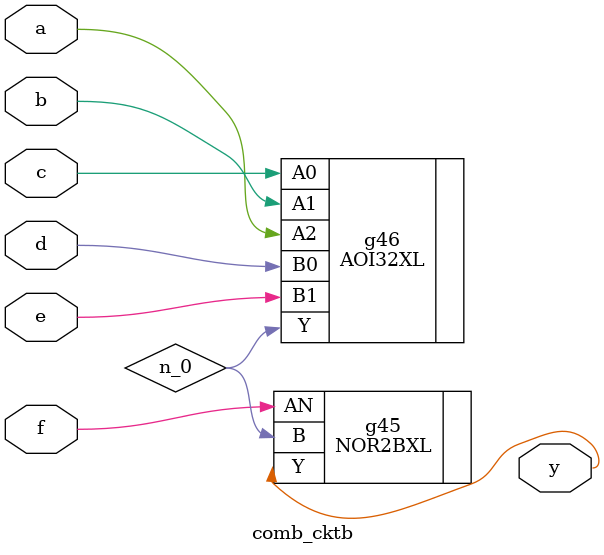
<source format=v>


// Verification Directory fv/comb_cktb 

module comb_cktb(a, b, c, d, e, f, y);
  input a, b, c, d, e, f;
  output y;
  wire a, b, c, d, e, f;
  wire y;
  wire n_0;
  NOR2BXL g45(.AN (f), .B (n_0), .Y (y));
  AOI32XL g46(.A0 (c), .A1 (b), .A2 (a), .B0 (d), .B1 (e), .Y (n_0));
endmodule


</source>
